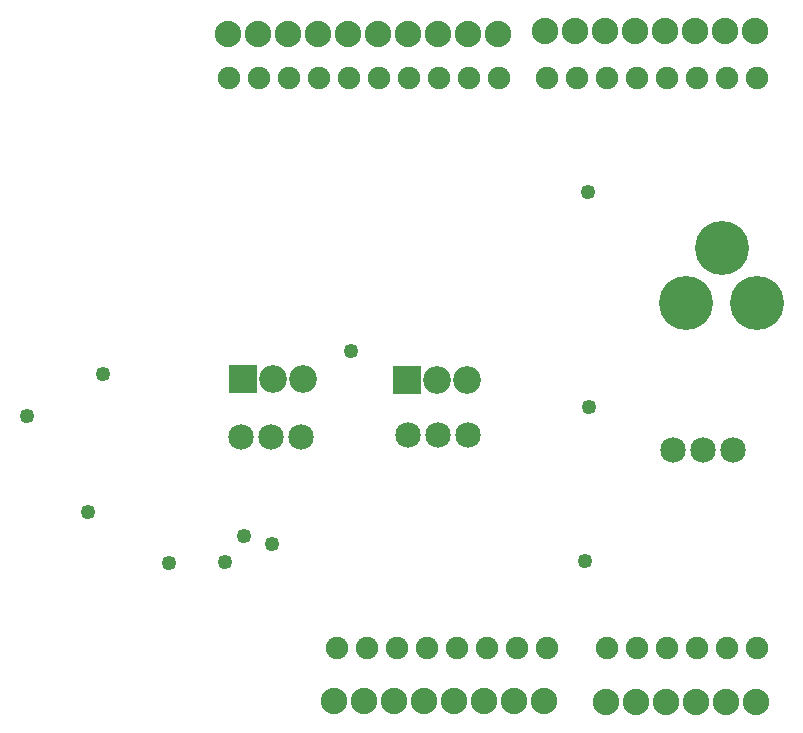
<source format=gbs>
G04 MADE WITH FRITZING*
G04 WWW.FRITZING.ORG*
G04 DOUBLE SIDED*
G04 HOLES PLATED*
G04 CONTOUR ON CENTER OF CONTOUR VECTOR*
%ASAXBY*%
%FSLAX23Y23*%
%MOIN*%
%OFA0B0*%
%SFA1.0B1.0*%
%ADD10C,0.075278*%
%ADD11C,0.088000*%
%ADD12C,0.180000*%
%ADD13C,0.092000*%
%ADD14C,0.085000*%
%ADD15C,0.049370*%
%ADD16R,0.092000X0.092000*%
%LNMASK0*%
G90*
G70*
G54D10*
X2120Y307D03*
X2219Y307D03*
X2320Y307D03*
X2420Y307D03*
X2520Y307D03*
X1659Y2207D03*
X1560Y2207D03*
X1460Y2207D03*
X1360Y2207D03*
X1260Y2207D03*
X1160Y2207D03*
X1060Y2207D03*
X959Y2207D03*
X859Y2207D03*
X759Y2207D03*
X2520Y2207D03*
X2420Y2207D03*
X2320Y2207D03*
X2219Y2207D03*
X2120Y2207D03*
X2020Y2207D03*
X1920Y2207D03*
X1820Y2207D03*
X1220Y307D03*
X1120Y307D03*
X1320Y307D03*
X1420Y307D03*
X1520Y307D03*
X1620Y307D03*
X1719Y307D03*
X1820Y307D03*
X2020Y307D03*
G54D11*
X2516Y127D03*
X2416Y127D03*
X2316Y127D03*
X2216Y127D03*
X2116Y127D03*
X2016Y127D03*
X1809Y133D03*
X1709Y133D03*
X1609Y133D03*
X1509Y133D03*
X1409Y133D03*
X1309Y133D03*
X1209Y133D03*
X1109Y133D03*
X2513Y2365D03*
X2413Y2365D03*
X2313Y2365D03*
X2213Y2365D03*
X2113Y2365D03*
X2013Y2365D03*
X1913Y2365D03*
X1813Y2365D03*
X754Y2355D03*
X854Y2355D03*
X954Y2355D03*
X1054Y2355D03*
X1154Y2355D03*
X1254Y2355D03*
X1354Y2355D03*
X1454Y2355D03*
X1554Y2355D03*
X1654Y2355D03*
G54D12*
X2283Y1458D03*
X2519Y1458D03*
X2401Y1643D03*
G54D13*
X1352Y1203D03*
X1452Y1203D03*
X1552Y1203D03*
X805Y1204D03*
X905Y1204D03*
X1005Y1204D03*
G54D14*
X999Y1012D03*
X899Y1012D03*
X799Y1012D03*
X1554Y1017D03*
X1454Y1017D03*
X1354Y1017D03*
G54D15*
X1960Y1112D03*
X288Y763D03*
X338Y1222D03*
X1164Y1298D03*
X559Y593D03*
X745Y596D03*
X1955Y1828D03*
X903Y656D03*
X1947Y599D03*
X84Y1082D03*
X808Y681D03*
G54D14*
X2439Y969D03*
X2339Y969D03*
X2239Y969D03*
G54D16*
X1352Y1203D03*
X805Y1204D03*
G04 End of Mask0*
M02*
</source>
